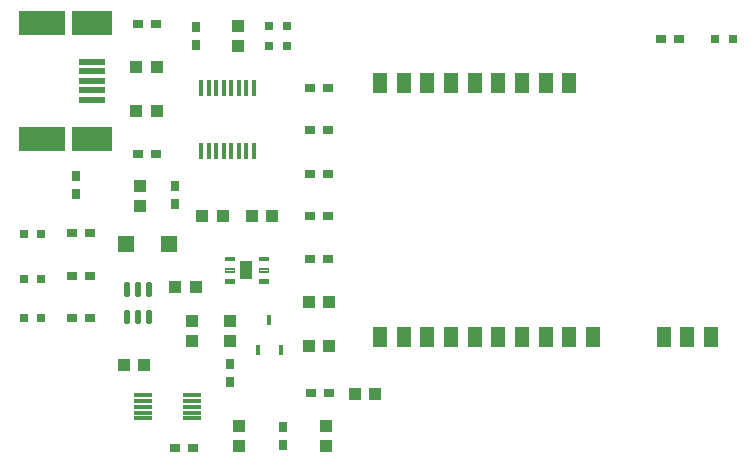
<source format=gbr>
G04 EAGLE Gerber RS-274X export*
G75*
%MOMM*%
%FSLAX34Y34*%
%LPD*%
%INSolderpaste Top*%
%IPPOS*%
%AMOC8*
5,1,8,0,0,1.08239X$1,22.5*%
G01*
%ADD10R,0.800000X0.800000*%
%ADD11R,2.250000X0.500000*%
%ADD12R,4.000000X2.050000*%
%ADD13R,3.500000X2.050000*%
%ADD14R,1.100000X1.000000*%
%ADD15R,1.216000X1.724000*%
%ADD16R,1.000000X1.100000*%
%ADD17R,1.400000X1.400000*%
%ADD18C,0.275000*%
%ADD19R,0.900000X0.800000*%
%ADD20R,0.800000X0.900000*%
%ADD21R,1.498600X0.304800*%
%ADD22R,0.355600X0.952500*%
%ADD23R,1.020000X1.500000*%
%ADD24C,0.100000*%
%ADD25R,0.381000X1.397000*%


D10*
X617100Y363220D03*
X602100Y363220D03*
D11*
X74080Y311660D03*
X74080Y319660D03*
X74080Y327660D03*
X74080Y335660D03*
X74080Y343660D03*
D12*
X31830Y376910D03*
D13*
X74330Y376910D03*
X74330Y278410D03*
D12*
X31830Y278410D03*
D14*
X297230Y62900D03*
X314230Y62900D03*
D15*
X498450Y110490D03*
X478450Y110490D03*
X458450Y110490D03*
X438450Y110490D03*
X418450Y110490D03*
X398450Y110490D03*
X378450Y110490D03*
X358450Y110490D03*
X338450Y110490D03*
X318450Y110490D03*
X558450Y110490D03*
X578450Y110490D03*
X598450Y110490D03*
X478450Y325490D03*
X458450Y325490D03*
X438450Y325490D03*
X418450Y325490D03*
X398450Y325490D03*
X378450Y325490D03*
X358450Y325490D03*
X338450Y325490D03*
X318450Y325490D03*
D14*
X101410Y86770D03*
X118410Y86770D03*
D16*
X198830Y35170D03*
X198830Y18170D03*
X272950Y35170D03*
X272950Y18170D03*
D14*
X162170Y153490D03*
X145170Y153490D03*
D16*
X191070Y124170D03*
X191070Y107170D03*
X159130Y124370D03*
X159130Y107370D03*
D14*
X257800Y140300D03*
X274800Y140300D03*
X257800Y103130D03*
X274800Y103130D03*
D10*
X31630Y127000D03*
X16630Y127000D03*
X31630Y160020D03*
X16630Y160020D03*
X31630Y198120D03*
X16630Y198120D03*
D17*
X103600Y189150D03*
X139700Y189150D03*
D18*
X121155Y156125D02*
X121155Y146475D01*
X121155Y156125D02*
X123905Y156125D01*
X123905Y146475D01*
X121155Y146475D01*
X121155Y149087D02*
X123905Y149087D01*
X123905Y151699D02*
X121155Y151699D01*
X121155Y154311D02*
X123905Y154311D01*
X111655Y156125D02*
X111655Y146475D01*
X111655Y156125D02*
X114405Y156125D01*
X114405Y146475D01*
X111655Y146475D01*
X111655Y149087D02*
X114405Y149087D01*
X114405Y151699D02*
X111655Y151699D01*
X111655Y154311D02*
X114405Y154311D01*
X102155Y156125D02*
X102155Y146475D01*
X102155Y156125D02*
X104905Y156125D01*
X104905Y146475D01*
X102155Y146475D01*
X102155Y149087D02*
X104905Y149087D01*
X104905Y151699D02*
X102155Y151699D01*
X102155Y154311D02*
X104905Y154311D01*
X102155Y132925D02*
X102155Y123275D01*
X102155Y132925D02*
X104905Y132925D01*
X104905Y123275D01*
X102155Y123275D01*
X102155Y125887D02*
X104905Y125887D01*
X104905Y128499D02*
X102155Y128499D01*
X102155Y131111D02*
X104905Y131111D01*
X111655Y132925D02*
X111655Y123275D01*
X111655Y132925D02*
X114405Y132925D01*
X114405Y123275D01*
X111655Y123275D01*
X111655Y125887D02*
X114405Y125887D01*
X114405Y128499D02*
X111655Y128499D01*
X111655Y131111D02*
X114405Y131111D01*
X121155Y132925D02*
X121155Y123275D01*
X121155Y132925D02*
X123905Y132925D01*
X123905Y123275D01*
X121155Y123275D01*
X121155Y125887D02*
X123905Y125887D01*
X123905Y128499D02*
X121155Y128499D01*
X121155Y131111D02*
X123905Y131111D01*
D19*
X57230Y199120D03*
X72470Y199120D03*
X57230Y162290D03*
X72470Y162290D03*
X57230Y126730D03*
X72470Y126730D03*
X145120Y16770D03*
X160360Y16770D03*
X275050Y63500D03*
X259810Y63500D03*
D20*
X236390Y19050D03*
X236390Y34290D03*
X60950Y247220D03*
X60950Y231980D03*
X191500Y72640D03*
X191500Y87880D03*
D21*
X117626Y61776D03*
X117626Y56950D03*
X117626Y51870D03*
X117626Y46790D03*
X117626Y41964D03*
X158774Y41964D03*
X158774Y46790D03*
X158774Y51870D03*
X158774Y56950D03*
X158774Y61776D03*
D22*
X215195Y99807D03*
X234245Y99807D03*
X224720Y125334D03*
D23*
X204930Y167640D03*
D24*
X215480Y159640D02*
X223080Y159640D01*
X223080Y156640D01*
X215480Y156640D01*
X215480Y159640D01*
X215480Y157590D02*
X223080Y157590D01*
X223080Y158540D02*
X215480Y158540D01*
X215480Y159490D02*
X223080Y159490D01*
X223080Y169140D02*
X215480Y169140D01*
X223080Y169140D02*
X223080Y166140D01*
X215480Y166140D01*
X215480Y169140D01*
X215480Y167090D02*
X223080Y167090D01*
X223080Y168040D02*
X215480Y168040D01*
X215480Y168990D02*
X223080Y168990D01*
X223080Y178640D02*
X215480Y178640D01*
X223080Y178640D02*
X223080Y175640D01*
X215480Y175640D01*
X215480Y178640D01*
X215480Y176590D02*
X223080Y176590D01*
X223080Y177540D02*
X215480Y177540D01*
X215480Y178490D02*
X223080Y178490D01*
X194380Y178640D02*
X186780Y178640D01*
X194380Y178640D02*
X194380Y175640D01*
X186780Y175640D01*
X186780Y178640D01*
X186780Y176590D02*
X194380Y176590D01*
X194380Y177540D02*
X186780Y177540D01*
X186780Y178490D02*
X194380Y178490D01*
X194380Y169140D02*
X186780Y169140D01*
X194380Y169140D02*
X194380Y166140D01*
X186780Y166140D01*
X186780Y169140D01*
X186780Y167090D02*
X194380Y167090D01*
X194380Y168040D02*
X186780Y168040D01*
X186780Y168990D02*
X194380Y168990D01*
X194380Y159640D02*
X186780Y159640D01*
X194380Y159640D02*
X194380Y156640D01*
X186780Y156640D01*
X186780Y159640D01*
X186780Y157590D02*
X194380Y157590D01*
X194380Y158540D02*
X186780Y158540D01*
X186780Y159490D02*
X194380Y159490D01*
D19*
X556260Y363220D03*
X571500Y363220D03*
D16*
X114950Y238650D03*
X114950Y221650D03*
D14*
X185030Y213360D03*
X168030Y213360D03*
X209940Y213360D03*
X226940Y213360D03*
X112150Y302260D03*
X129150Y302260D03*
X112150Y339090D03*
X129150Y339090D03*
D16*
X197860Y357200D03*
X197860Y374200D03*
D10*
X239400Y357050D03*
X224400Y357050D03*
X239400Y374000D03*
X224400Y374000D03*
D20*
X145140Y223430D03*
X145140Y238670D03*
D19*
X128270Y265430D03*
X113030Y265430D03*
X128270Y375920D03*
X113030Y375920D03*
X274320Y321310D03*
X259080Y321310D03*
D20*
X162860Y373490D03*
X162860Y358250D03*
D25*
X211455Y321310D03*
X205105Y321310D03*
X198755Y321310D03*
X192405Y321310D03*
X186055Y321310D03*
X179705Y321310D03*
X173355Y321310D03*
X167005Y321310D03*
X167005Y267970D03*
X173355Y267970D03*
X179705Y267970D03*
X186055Y267970D03*
X192405Y267970D03*
X198755Y267970D03*
X205105Y267970D03*
X211455Y267970D03*
D19*
X259080Y248920D03*
X274320Y248920D03*
X259080Y176530D03*
X274320Y176530D03*
X259080Y213360D03*
X274320Y213360D03*
X259080Y285750D03*
X274320Y285750D03*
M02*

</source>
